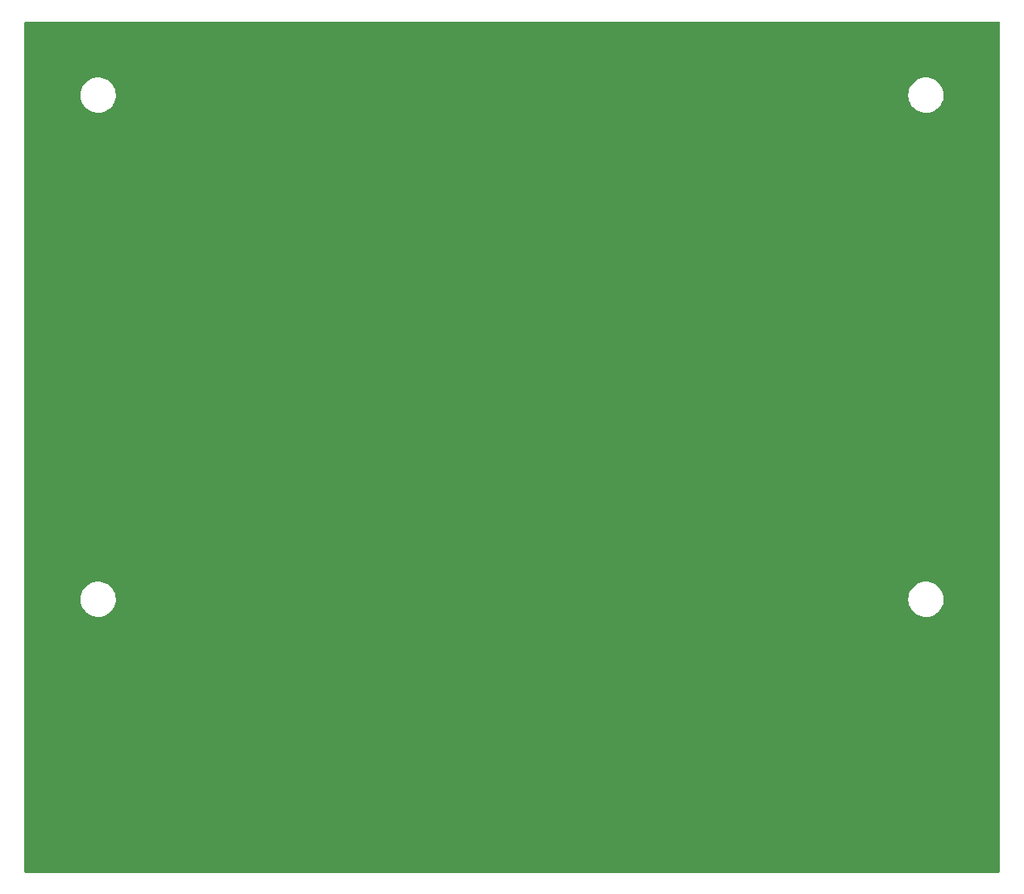
<source format=gbr>
G04 #@! TF.GenerationSoftware,KiCad,Pcbnew,(6.0.0)*
G04 #@! TF.CreationDate,2022-12-26T18:15:41+03:00*
G04 #@! TF.ProjectId,top,746f702e-6b69-4636-9164-5f7063625858,rev?*
G04 #@! TF.SameCoordinates,Original*
G04 #@! TF.FileFunction,Copper,L2,Bot*
G04 #@! TF.FilePolarity,Positive*
%FSLAX46Y46*%
G04 Gerber Fmt 4.6, Leading zero omitted, Abs format (unit mm)*
G04 Created by KiCad (PCBNEW (6.0.0)) date 2022-12-26 18:15:41*
%MOMM*%
%LPD*%
G01*
G04 APERTURE LIST*
G04 APERTURE END LIST*
G04 #@! TA.AperFunction,NonConductor*
G36*
X197688121Y-60274002D02*
G01*
X197734614Y-60327658D01*
X197746000Y-60380000D01*
X197746000Y-75962575D01*
X197743579Y-75987153D01*
X197741024Y-76000000D01*
X197743445Y-76012170D01*
X197743579Y-76012844D01*
X197746000Y-76037425D01*
X197746000Y-149620000D01*
X197725998Y-149688121D01*
X197672342Y-149734614D01*
X197620000Y-149746000D01*
X95380000Y-149746000D01*
X95311879Y-149725998D01*
X95265386Y-149672342D01*
X95254000Y-149620000D01*
X95254000Y-121042186D01*
X101141018Y-121042186D01*
X101166579Y-121310100D01*
X101230547Y-121571518D01*
X101331583Y-121820963D01*
X101467569Y-122053210D01*
X101635658Y-122263395D01*
X101832327Y-122447113D01*
X102053457Y-122600516D01*
X102294416Y-122720391D01*
X102298750Y-122721812D01*
X102298753Y-122721813D01*
X102545823Y-122802807D01*
X102545829Y-122802808D01*
X102550156Y-122804227D01*
X102554647Y-122805007D01*
X102554648Y-122805007D01*
X102811538Y-122849611D01*
X102811546Y-122849612D01*
X102815319Y-122850267D01*
X102819156Y-122850458D01*
X102898777Y-122854422D01*
X102898785Y-122854422D01*
X102900348Y-122854500D01*
X103068374Y-122854500D01*
X103070642Y-122854335D01*
X103070654Y-122854335D01*
X103201457Y-122844844D01*
X103268425Y-122839985D01*
X103272880Y-122839001D01*
X103272883Y-122839001D01*
X103526770Y-122782947D01*
X103526772Y-122782946D01*
X103531226Y-122781963D01*
X103782900Y-122686613D01*
X104018172Y-122555931D01*
X104164842Y-122443996D01*
X104228491Y-122395421D01*
X104228495Y-122395417D01*
X104232116Y-122392654D01*
X104420249Y-122200203D01*
X104527242Y-122053210D01*
X104575942Y-121986304D01*
X104575947Y-121986297D01*
X104578630Y-121982610D01*
X104703941Y-121744433D01*
X104793557Y-121490662D01*
X104818688Y-121363156D01*
X104844720Y-121231083D01*
X104844721Y-121231077D01*
X104845601Y-121226611D01*
X104854782Y-121042186D01*
X188141018Y-121042186D01*
X188166579Y-121310100D01*
X188230547Y-121571518D01*
X188331583Y-121820963D01*
X188467569Y-122053210D01*
X188635658Y-122263395D01*
X188832327Y-122447113D01*
X189053457Y-122600516D01*
X189294416Y-122720391D01*
X189298750Y-122721812D01*
X189298753Y-122721813D01*
X189545823Y-122802807D01*
X189545829Y-122802808D01*
X189550156Y-122804227D01*
X189554647Y-122805007D01*
X189554648Y-122805007D01*
X189811538Y-122849611D01*
X189811546Y-122849612D01*
X189815319Y-122850267D01*
X189819156Y-122850458D01*
X189898777Y-122854422D01*
X189898785Y-122854422D01*
X189900348Y-122854500D01*
X190068374Y-122854500D01*
X190070642Y-122854335D01*
X190070654Y-122854335D01*
X190201457Y-122844844D01*
X190268425Y-122839985D01*
X190272880Y-122839001D01*
X190272883Y-122839001D01*
X190526770Y-122782947D01*
X190526772Y-122782946D01*
X190531226Y-122781963D01*
X190782900Y-122686613D01*
X191018172Y-122555931D01*
X191164842Y-122443996D01*
X191228491Y-122395421D01*
X191228495Y-122395417D01*
X191232116Y-122392654D01*
X191420249Y-122200203D01*
X191527242Y-122053210D01*
X191575942Y-121986304D01*
X191575947Y-121986297D01*
X191578630Y-121982610D01*
X191703941Y-121744433D01*
X191793557Y-121490662D01*
X191818688Y-121363156D01*
X191844720Y-121231083D01*
X191844721Y-121231077D01*
X191845601Y-121226611D01*
X191854782Y-121042186D01*
X191858755Y-120962383D01*
X191858755Y-120962377D01*
X191858982Y-120957814D01*
X191833421Y-120689900D01*
X191769453Y-120428482D01*
X191668417Y-120179037D01*
X191532431Y-119946790D01*
X191364342Y-119736605D01*
X191167673Y-119552887D01*
X190946543Y-119399484D01*
X190705584Y-119279609D01*
X190701250Y-119278188D01*
X190701247Y-119278187D01*
X190454177Y-119197193D01*
X190454171Y-119197192D01*
X190449844Y-119195773D01*
X190445352Y-119194993D01*
X190188462Y-119150389D01*
X190188454Y-119150388D01*
X190184681Y-119149733D01*
X190174718Y-119149237D01*
X190101223Y-119145578D01*
X190101215Y-119145578D01*
X190099652Y-119145500D01*
X189931626Y-119145500D01*
X189929358Y-119145665D01*
X189929346Y-119145665D01*
X189798543Y-119155156D01*
X189731575Y-119160015D01*
X189727120Y-119160999D01*
X189727117Y-119160999D01*
X189473230Y-119217053D01*
X189473228Y-119217054D01*
X189468774Y-119218037D01*
X189217100Y-119313387D01*
X188981828Y-119444069D01*
X188978196Y-119446841D01*
X188771509Y-119604579D01*
X188771505Y-119604583D01*
X188767884Y-119607346D01*
X188579751Y-119799797D01*
X188577066Y-119803486D01*
X188424058Y-120013696D01*
X188424053Y-120013703D01*
X188421370Y-120017390D01*
X188296059Y-120255567D01*
X188206443Y-120509338D01*
X188205560Y-120513820D01*
X188170855Y-120689900D01*
X188154399Y-120773389D01*
X188154172Y-120777942D01*
X188154172Y-120777945D01*
X188144991Y-120962383D01*
X188141018Y-121042186D01*
X104854782Y-121042186D01*
X104858755Y-120962383D01*
X104858755Y-120962377D01*
X104858982Y-120957814D01*
X104833421Y-120689900D01*
X104769453Y-120428482D01*
X104668417Y-120179037D01*
X104532431Y-119946790D01*
X104364342Y-119736605D01*
X104167673Y-119552887D01*
X103946543Y-119399484D01*
X103705584Y-119279609D01*
X103701250Y-119278188D01*
X103701247Y-119278187D01*
X103454177Y-119197193D01*
X103454171Y-119197192D01*
X103449844Y-119195773D01*
X103445352Y-119194993D01*
X103188462Y-119150389D01*
X103188454Y-119150388D01*
X103184681Y-119149733D01*
X103174718Y-119149237D01*
X103101223Y-119145578D01*
X103101215Y-119145578D01*
X103099652Y-119145500D01*
X102931626Y-119145500D01*
X102929358Y-119145665D01*
X102929346Y-119145665D01*
X102798543Y-119155156D01*
X102731575Y-119160015D01*
X102727120Y-119160999D01*
X102727117Y-119160999D01*
X102473230Y-119217053D01*
X102473228Y-119217054D01*
X102468774Y-119218037D01*
X102217100Y-119313387D01*
X101981828Y-119444069D01*
X101978196Y-119446841D01*
X101771509Y-119604579D01*
X101771505Y-119604583D01*
X101767884Y-119607346D01*
X101579751Y-119799797D01*
X101577066Y-119803486D01*
X101424058Y-120013696D01*
X101424053Y-120013703D01*
X101421370Y-120017390D01*
X101296059Y-120255567D01*
X101206443Y-120509338D01*
X101205560Y-120513820D01*
X101170855Y-120689900D01*
X101154399Y-120773389D01*
X101154172Y-120777942D01*
X101154172Y-120777945D01*
X101144991Y-120962383D01*
X101141018Y-121042186D01*
X95254000Y-121042186D01*
X95254000Y-68042186D01*
X101141018Y-68042186D01*
X101166579Y-68310100D01*
X101230547Y-68571518D01*
X101331583Y-68820963D01*
X101467569Y-69053210D01*
X101635658Y-69263395D01*
X101832327Y-69447113D01*
X102053457Y-69600516D01*
X102294416Y-69720391D01*
X102298750Y-69721812D01*
X102298753Y-69721813D01*
X102545823Y-69802807D01*
X102545829Y-69802808D01*
X102550156Y-69804227D01*
X102554647Y-69805007D01*
X102554648Y-69805007D01*
X102811538Y-69849611D01*
X102811546Y-69849612D01*
X102815319Y-69850267D01*
X102819156Y-69850458D01*
X102898777Y-69854422D01*
X102898785Y-69854422D01*
X102900348Y-69854500D01*
X103068374Y-69854500D01*
X103070642Y-69854335D01*
X103070654Y-69854335D01*
X103201457Y-69844844D01*
X103268425Y-69839985D01*
X103272880Y-69839001D01*
X103272883Y-69839001D01*
X103526770Y-69782947D01*
X103526772Y-69782946D01*
X103531226Y-69781963D01*
X103782900Y-69686613D01*
X104018172Y-69555931D01*
X104164842Y-69443996D01*
X104228491Y-69395421D01*
X104228495Y-69395417D01*
X104232116Y-69392654D01*
X104420249Y-69200203D01*
X104527242Y-69053210D01*
X104575942Y-68986304D01*
X104575947Y-68986297D01*
X104578630Y-68982610D01*
X104703941Y-68744433D01*
X104793557Y-68490662D01*
X104818688Y-68363156D01*
X104844720Y-68231083D01*
X104844721Y-68231077D01*
X104845601Y-68226611D01*
X104854782Y-68042186D01*
X188141018Y-68042186D01*
X188166579Y-68310100D01*
X188230547Y-68571518D01*
X188331583Y-68820963D01*
X188467569Y-69053210D01*
X188635658Y-69263395D01*
X188832327Y-69447113D01*
X189053457Y-69600516D01*
X189294416Y-69720391D01*
X189298750Y-69721812D01*
X189298753Y-69721813D01*
X189545823Y-69802807D01*
X189545829Y-69802808D01*
X189550156Y-69804227D01*
X189554647Y-69805007D01*
X189554648Y-69805007D01*
X189811538Y-69849611D01*
X189811546Y-69849612D01*
X189815319Y-69850267D01*
X189819156Y-69850458D01*
X189898777Y-69854422D01*
X189898785Y-69854422D01*
X189900348Y-69854500D01*
X190068374Y-69854500D01*
X190070642Y-69854335D01*
X190070654Y-69854335D01*
X190201457Y-69844844D01*
X190268425Y-69839985D01*
X190272880Y-69839001D01*
X190272883Y-69839001D01*
X190526770Y-69782947D01*
X190526772Y-69782946D01*
X190531226Y-69781963D01*
X190782900Y-69686613D01*
X191018172Y-69555931D01*
X191164842Y-69443996D01*
X191228491Y-69395421D01*
X191228495Y-69395417D01*
X191232116Y-69392654D01*
X191420249Y-69200203D01*
X191527242Y-69053210D01*
X191575942Y-68986304D01*
X191575947Y-68986297D01*
X191578630Y-68982610D01*
X191703941Y-68744433D01*
X191793557Y-68490662D01*
X191818688Y-68363156D01*
X191844720Y-68231083D01*
X191844721Y-68231077D01*
X191845601Y-68226611D01*
X191854782Y-68042186D01*
X191858755Y-67962383D01*
X191858755Y-67962377D01*
X191858982Y-67957814D01*
X191833421Y-67689900D01*
X191769453Y-67428482D01*
X191668417Y-67179037D01*
X191532431Y-66946790D01*
X191364342Y-66736605D01*
X191167673Y-66552887D01*
X190946543Y-66399484D01*
X190705584Y-66279609D01*
X190701250Y-66278188D01*
X190701247Y-66278187D01*
X190454177Y-66197193D01*
X190454171Y-66197192D01*
X190449844Y-66195773D01*
X190445352Y-66194993D01*
X190188462Y-66150389D01*
X190188454Y-66150388D01*
X190184681Y-66149733D01*
X190174718Y-66149237D01*
X190101223Y-66145578D01*
X190101215Y-66145578D01*
X190099652Y-66145500D01*
X189931626Y-66145500D01*
X189929358Y-66145665D01*
X189929346Y-66145665D01*
X189798543Y-66155156D01*
X189731575Y-66160015D01*
X189727120Y-66160999D01*
X189727117Y-66160999D01*
X189473230Y-66217053D01*
X189473228Y-66217054D01*
X189468774Y-66218037D01*
X189217100Y-66313387D01*
X188981828Y-66444069D01*
X188978196Y-66446841D01*
X188771509Y-66604579D01*
X188771505Y-66604583D01*
X188767884Y-66607346D01*
X188579751Y-66799797D01*
X188577066Y-66803486D01*
X188424058Y-67013696D01*
X188424053Y-67013703D01*
X188421370Y-67017390D01*
X188296059Y-67255567D01*
X188206443Y-67509338D01*
X188205560Y-67513820D01*
X188170855Y-67689900D01*
X188154399Y-67773389D01*
X188154172Y-67777942D01*
X188154172Y-67777945D01*
X188144991Y-67962383D01*
X188141018Y-68042186D01*
X104854782Y-68042186D01*
X104858755Y-67962383D01*
X104858755Y-67962377D01*
X104858982Y-67957814D01*
X104833421Y-67689900D01*
X104769453Y-67428482D01*
X104668417Y-67179037D01*
X104532431Y-66946790D01*
X104364342Y-66736605D01*
X104167673Y-66552887D01*
X103946543Y-66399484D01*
X103705584Y-66279609D01*
X103701250Y-66278188D01*
X103701247Y-66278187D01*
X103454177Y-66197193D01*
X103454171Y-66197192D01*
X103449844Y-66195773D01*
X103445352Y-66194993D01*
X103188462Y-66150389D01*
X103188454Y-66150388D01*
X103184681Y-66149733D01*
X103174718Y-66149237D01*
X103101223Y-66145578D01*
X103101215Y-66145578D01*
X103099652Y-66145500D01*
X102931626Y-66145500D01*
X102929358Y-66145665D01*
X102929346Y-66145665D01*
X102798543Y-66155156D01*
X102731575Y-66160015D01*
X102727120Y-66160999D01*
X102727117Y-66160999D01*
X102473230Y-66217053D01*
X102473228Y-66217054D01*
X102468774Y-66218037D01*
X102217100Y-66313387D01*
X101981828Y-66444069D01*
X101978196Y-66446841D01*
X101771509Y-66604579D01*
X101771505Y-66604583D01*
X101767884Y-66607346D01*
X101579751Y-66799797D01*
X101577066Y-66803486D01*
X101424058Y-67013696D01*
X101424053Y-67013703D01*
X101421370Y-67017390D01*
X101296059Y-67255567D01*
X101206443Y-67509338D01*
X101205560Y-67513820D01*
X101170855Y-67689900D01*
X101154399Y-67773389D01*
X101154172Y-67777942D01*
X101154172Y-67777945D01*
X101144991Y-67962383D01*
X101141018Y-68042186D01*
X95254000Y-68042186D01*
X95254000Y-60380000D01*
X95274002Y-60311879D01*
X95327658Y-60265386D01*
X95380000Y-60254000D01*
X197620000Y-60254000D01*
X197688121Y-60274002D01*
G37*
G04 #@! TD.AperFunction*
M02*

</source>
